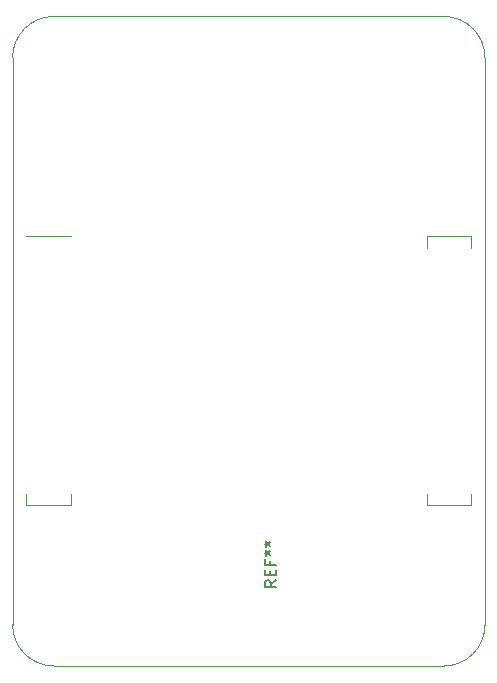
<source format=gbr>
%TF.GenerationSoftware,KiCad,Pcbnew,(5.1.10)-1*%
%TF.CreationDate,2022-01-13T22:30:23-08:00*%
%TF.ProjectId,PI-CM4Stencil,50492d43-4d34-4537-9465-6e63696c2e6b,rev?*%
%TF.SameCoordinates,Original*%
%TF.FileFunction,Legend,Top*%
%TF.FilePolarity,Positive*%
%FSLAX46Y46*%
G04 Gerber Fmt 4.6, Leading zero omitted, Abs format (unit mm)*
G04 Created by KiCad (PCBNEW (5.1.10)-1) date 2022-01-13 22:30:23*
%MOMM*%
%LPD*%
G01*
G04 APERTURE LIST*
%ADD10C,0.120000*%
%ADD11C,0.150000*%
G04 APERTURE END LIST*
D10*
%TO.C,REF\u002A\u002A*%
X165090000Y-67790000D02*
G75*
G02*
X168590000Y-71290000I0J-3500000D01*
G01*
X168590000Y-119290000D02*
G75*
G02*
X165090000Y-122790000I-3500000J0D01*
G01*
X128590000Y-71290000D02*
G75*
G02*
X132090000Y-67790000I3500000J0D01*
G01*
X132090000Y-122790000D02*
G75*
G02*
X128590000Y-119290000I0J3500000D01*
G01*
X165090000Y-67790000D02*
X132090000Y-67790000D01*
X163660000Y-86390000D02*
X163660000Y-87390000D01*
X167440000Y-86390000D02*
X167440000Y-87390000D01*
X128590000Y-71290000D02*
X128590000Y-119290000D01*
X132090000Y-122790000D02*
X165090000Y-122790000D01*
X163660000Y-109190000D02*
X167440000Y-109190000D01*
X133520000Y-109190000D02*
X133520000Y-108190000D01*
X129740000Y-109190000D02*
X129740000Y-108190000D01*
X163660000Y-86390000D02*
X167440000Y-86390000D01*
X129740000Y-86390000D02*
X133520000Y-86390000D01*
X168590000Y-119290000D02*
X168590000Y-71290000D01*
X167440000Y-109190000D02*
X167440000Y-108190000D01*
X163660000Y-109190000D02*
X163660000Y-108190000D01*
X129740000Y-109190000D02*
X133520000Y-109190000D01*
D11*
X150922380Y-115543333D02*
X150446190Y-115876666D01*
X150922380Y-116114761D02*
X149922380Y-116114761D01*
X149922380Y-115733809D01*
X149970000Y-115638571D01*
X150017619Y-115590952D01*
X150112857Y-115543333D01*
X150255714Y-115543333D01*
X150350952Y-115590952D01*
X150398571Y-115638571D01*
X150446190Y-115733809D01*
X150446190Y-116114761D01*
X150398571Y-115114761D02*
X150398571Y-114781428D01*
X150922380Y-114638571D02*
X150922380Y-115114761D01*
X149922380Y-115114761D01*
X149922380Y-114638571D01*
X150398571Y-113876666D02*
X150398571Y-114210000D01*
X150922380Y-114210000D02*
X149922380Y-114210000D01*
X149922380Y-113733809D01*
X149922380Y-113210000D02*
X150160476Y-113210000D01*
X150065238Y-113448095D02*
X150160476Y-113210000D01*
X150065238Y-112971904D01*
X150350952Y-113352857D02*
X150160476Y-113210000D01*
X150350952Y-113067142D01*
X149922380Y-112448095D02*
X150160476Y-112448095D01*
X150065238Y-112686190D02*
X150160476Y-112448095D01*
X150065238Y-112210000D01*
X150350952Y-112590952D02*
X150160476Y-112448095D01*
X150350952Y-112305238D01*
%TD*%
M02*

</source>
